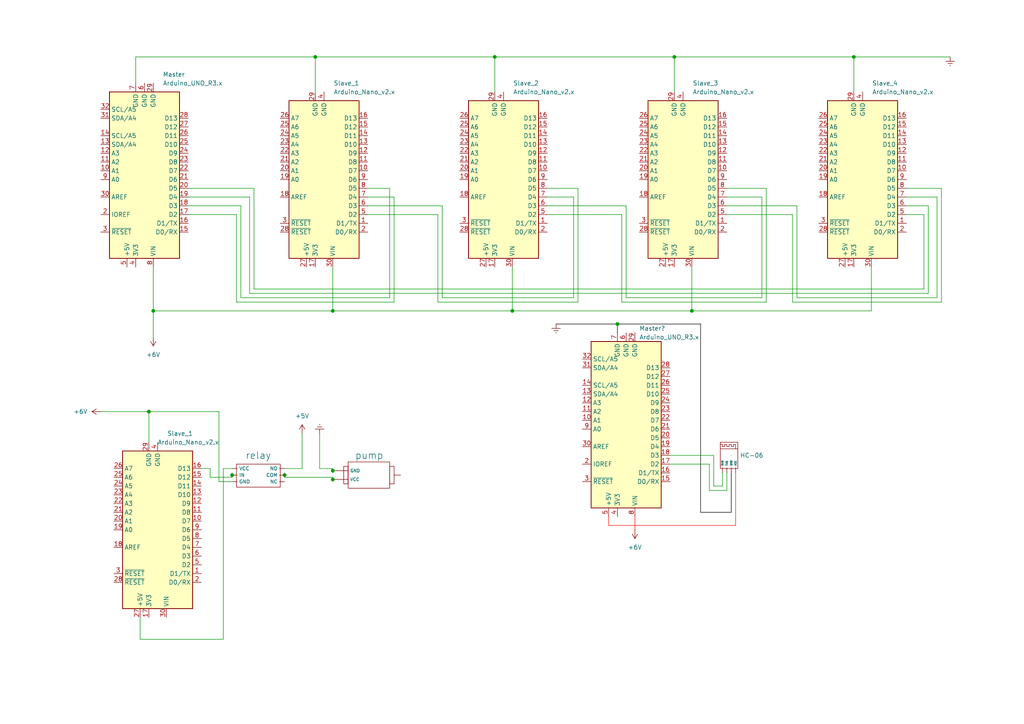
<source format=kicad_sch>
(kicad_sch (version 20211123) (generator eeschema)
  (paper "A4")
  (lib_symbols
    (symbol "MCU_Module:Arduino_Nano_v2.x"
      (property "Reference" "A" (at -10.16 23.495 0))
      (property "Value" "Arduino_Nano_v2.x" (at 5.08 -24.13 0))
      (symbol "Arduino_Nano_v2.x_0_1"
        (rectangle (start -10.16 22.86) (end 10.16 -22.86) (stroke (width 0.254)) (fill (type background)))
      )
      (symbol "Arduino_Nano_v2.x_1_1"
        (pin bidirectional line (at -12.7 12.7 0) (length 2.54) (name "D1/TX") (number "1"))
        (pin bidirectional line (at -12.7 -2.54 0) (length 2.54) (name "D7") (number "10"))
        (pin bidirectional line (at -12.7 -5.08 0) (length 2.54) (name "D8") (number "11"))
        (pin bidirectional line (at -12.7 -7.62 0) (length 2.54) (name "D9") (number "12"))
        (pin bidirectional line (at -12.7 -10.16 0) (length 2.54) (name "D10") (number "13"))
        (pin bidirectional line (at -12.7 -12.7 0) (length 2.54) (name "D11") (number "14"))
        (pin bidirectional line (at -12.7 -15.24 0) (length 2.54) (name "D12") (number "15"))
        (pin bidirectional line (at -12.7 -17.78 0) (length 2.54) (name "D13") (number "16"))
        (pin power_out line (at 2.54 25.4 270) (length 2.54) (name "3V3") (number "17"))
        (pin input line (at 12.7 5.08 180) (length 2.54) (name "AREF") (number "18"))
        (pin bidirectional line (at 12.7 0 180) (length 2.54) (name "A0") (number "19"))
        (pin bidirectional line (at -12.7 15.24 0) (length 2.54) (name "D0/RX") (number "2"))
        (pin bidirectional line (at 12.7 -2.54 180) (length 2.54) (name "A1") (number "20"))
        (pin bidirectional line (at 12.7 -5.08 180) (length 2.54) (name "A2") (number "21"))
        (pin bidirectional line (at 12.7 -7.62 180) (length 2.54) (name "A3") (number "22"))
        (pin bidirectional line (at 12.7 -10.16 180) (length 2.54) (name "A4") (number "23"))
        (pin bidirectional line (at 12.7 -12.7 180) (length 2.54) (name "A5") (number "24"))
        (pin bidirectional line (at 12.7 -15.24 180) (length 2.54) (name "A6") (number "25"))
        (pin bidirectional line (at 12.7 -17.78 180) (length 2.54) (name "A7") (number "26"))
        (pin power_out line (at 5.08 25.4 270) (length 2.54) (name "+5V") (number "27"))
        (pin input line (at 12.7 15.24 180) (length 2.54) (name "~{RESET}") (number "28"))
        (pin power_in line (at 2.54 -25.4 90) (length 2.54) (name "GND") (number "29"))
        (pin input line (at 12.7 12.7 180) (length 2.54) (name "~{RESET}") (number "3"))
        (pin power_in line (at -2.54 25.4 270) (length 2.54) (name "VIN") (number "30"))
        (pin power_in line (at 0 -25.4 90) (length 2.54) (name "GND") (number "4"))
        (pin bidirectional line (at -12.7 10.16 0) (length 2.54) (name "D2") (number "5"))
        (pin bidirectional line (at -12.7 7.62 0) (length 2.54) (name "D3") (number "6"))
        (pin bidirectional line (at -12.7 5.08 0) (length 2.54) (name "D4") (number "7"))
        (pin bidirectional line (at -12.7 2.54 0) (length 2.54) (name "D5") (number "8"))
        (pin bidirectional line (at -12.7 0 0) (length 2.54) (name "D6") (number "9"))
      )
    )
    (symbol "MCU_Module:Arduino_UNO_R3"
      (property "Reference" "A" (at -10.16 23.495 0))
      (property "Value" "Arduino_UNO_R3" (at 5.08 -26.67 0))
      (symbol "Arduino_UNO_R3_0_1"
        (rectangle (start -10.16 22.86) (end 10.16 -25.4) (stroke (width 0.254)) (fill (type background)))
      )
      (symbol "Arduino_UNO_R3_1_1"
        (pin no_connect line (at -10.16 -20.32 0) (length 2.54) hide (name "NC") (number "1"))
        (pin bidirectional line (at 12.7 -2.54 180) (length 2.54) (name "A1") (number "10"))
        (pin bidirectional line (at 12.7 -5.08 180) (length 2.54) (name "A2") (number "11"))
        (pin bidirectional line (at 12.7 -7.62 180) (length 2.54) (name "A3") (number "12"))
        (pin bidirectional line (at 12.7 -10.16 180) (length 2.54) (name "SDA/A4") (number "13"))
        (pin bidirectional line (at 12.7 -12.7 180) (length 2.54) (name "SCL/A5") (number "14"))
        (pin bidirectional line (at -12.7 15.24 0) (length 2.54) (name "D0/RX") (number "15"))
        (pin bidirectional line (at -12.7 12.7 0) (length 2.54) (name "D1/TX") (number "16"))
        (pin bidirectional line (at -12.7 10.16 0) (length 2.54) (name "D2") (number "17"))
        (pin bidirectional line (at -12.7 7.62 0) (length 2.54) (name "D3") (number "18"))
        (pin bidirectional line (at -12.7 5.08 0) (length 2.54) (name "D4") (number "19"))
        (pin output line (at 12.7 10.16 180) (length 2.54) (name "IOREF") (number "2"))
        (pin bidirectional line (at -12.7 2.54 0) (length 2.54) (name "D5") (number "20"))
        (pin bidirectional line (at -12.7 0 0) (length 2.54) (name "D6") (number "21"))
        (pin bidirectional line (at -12.7 -2.54 0) (length 2.54) (name "D7") (number "22"))
        (pin bidirectional line (at -12.7 -5.08 0) (length 2.54) (name "D8") (number "23"))
        (pin bidirectional line (at -12.7 -7.62 0) (length 2.54) (name "D9") (number "24"))
        (pin bidirectional line (at -12.7 -10.16 0) (length 2.54) (name "D10") (number "25"))
        (pin bidirectional line (at -12.7 -12.7 0) (length 2.54) (name "D11") (number "26"))
        (pin bidirectional line (at -12.7 -15.24 0) (length 2.54) (name "D12") (number "27"))
        (pin bidirectional line (at -12.7 -17.78 0) (length 2.54) (name "D13") (number "28"))
        (pin power_in line (at -2.54 -27.94 90) (length 2.54) (name "GND") (number "29"))
        (pin input line (at 12.7 15.24 180) (length 2.54) (name "~{RESET}") (number "3"))
        (pin input line (at 12.7 5.08 180) (length 2.54) (name "AREF") (number "30"))
        (pin bidirectional line (at 12.7 -17.78 180) (length 2.54) (name "SDA/A4") (number "31"))
        (pin bidirectional line (at 12.7 -20.32 180) (length 2.54) (name "SCL/A5") (number "32"))
        (pin power_out line (at 2.54 25.4 270) (length 2.54) (name "3V3") (number "4"))
        (pin power_out line (at 5.08 25.4 270) (length 2.54) (name "+5V") (number "5"))
        (pin power_in line (at 0 -27.94 90) (length 2.54) (name "GND") (number "6"))
        (pin power_in line (at 2.54 -27.94 90) (length 2.54) (name "GND") (number "7"))
        (pin power_in line (at -2.54 25.4 270) (length 2.54) (name "VIN") (number "8"))
        (pin bidirectional line (at 12.7 0 180) (length 2.54) (name "A0") (number "9"))
      )
    )
    (symbol "New_Library:HC-06"
      (property "Reference" "U" (at 0 0 0))
      (property "Value" "HC-06" (at 0 14.605 0))
      (symbol "HC-06_0_1"
        (rectangle (start -2.54 11.43) (end 2.54 3.81))
        (polyline (pts (xy 2.54 9.525) (xy -2.54 9.525)))
        (polyline (pts (xy -1.905 10.16) (xy -1.905 10.795) (xy -2.54 10.795)))
        (polyline (pts (xy -1.27 10.795) (xy -1.27 10.16) (xy -1.905 10.16)))
        (polyline (pts (xy 1.905 9.525) (xy 1.905 10.795) (xy 1.27 10.795) (xy 1.27 10.16) (xy 0.635 10.16) (xy 0.635 10.795) (xy 0 10.795) (xy 0 10.16) (xy -0.635 10.16) (xy -0.635 10.795) (xy -1.27 10.795)))
        (rectangle (start 0.635 7.62) (end 0.635 7.62))
      )
      (symbol "HC-06_1_1"
        (pin power_out line (at 0.635 2.54 90) (length 1.5) (name "GND") (number ""))
        (pin input line (at -1.905 2.54 90) (length 1.5) (name "RXD") (number ""))
        (pin output line (at -0.635 2.54 90) (length 1.5) (name "TXD") (number ""))
        (pin power_in line (at 1.905 2.54 90) (length 1.5) (name "VCC") (number ""))
      )
    )
    (symbol "New_Library:pump"
      (property "Reference" "U" (at 0 0 0))
      (property "Value" "pump" (at 0 15.24 0))
      (symbol "pump_0_1"
        (rectangle (start -9.525 6.985) (end -7.62 6.985))
        (rectangle (start -7.62 9.525) (end -6.35 4.445))
        (rectangle (start -6.35 10.795) (end 5.715 3.175))
        (rectangle (start 5.715 9.525) (end 6.985 4.445))
      )
      (symbol "pump_1_1"
        (pin power_out line (at 10.16 5.715 180) (length 4.5) (name "GND") (number ""))
        (pin power_in line (at 10.16 8.255 180) (length 4.5) (name "VCC") (number ""))
      )
    )
    (symbol "New_Library:relay"
      (property "Reference" "U" (at 0 0 0))
      (property "Value" "relay" (at 0 12.7 0))
      (symbol "relay_0_1"
        (rectangle (start -6.35 8.89) (end 6.35 2.2225))
      )
      (symbol "relay_1_0"
        (pin power_in line (at -7.62 7.62 0) (length 1.5) (name "VCC") (number ""))
      )
      (symbol "relay_1_1"
        (pin unspecified line (at 7.62 5.715 180) (length 1.5) (name "COM") (number ""))
        (pin power_out line (at -7.62 3.81 0) (length 1.5) (name "GND") (number ""))
        (pin input line (at -7.62 5.715 0) (length 1.5) (name "IN") (number ""))
        (pin unspecified line (at 7.62 3.81 180) (length 1.5) (name "NC") (number ""))
        (pin unspecified line (at 7.62 7.62 180) (length 1.5) (name "NO") (number ""))
      )
    )
    (symbol "power:+5V" (power) (pin_names (offset 0))
      (property "Value" "+5V" (at 0 3.556 0))
      (symbol "+5V_0_1"
        (polyline (pts (xy -0.762 1.27) (xy 0 2.54)))
        (polyline (pts (xy 0 0) (xy 0 2.54)))
        (polyline (pts (xy 0 2.54) (xy 0.762 1.27)))
      )
      (symbol "+5V_1_1"
        (pin power_in line (at 0 0 90) (length 0) hide (name "+5V") (number "1"))
      )
    )
    (symbol "power:+6V" (power) (pin_names (offset 0))
      (property "Value" "+6V" (at 0 3.556 0))
      (symbol "+6V_0_1"
        (polyline (pts (xy -0.762 1.27) (xy 0 2.54)))
        (polyline (pts (xy 0 0) (xy 0 2.54)))
        (polyline (pts (xy 0 2.54) (xy 0.762 1.27)))
      )
      (symbol "+6V_1_1"
        (pin power_in line (at 0 0 90) (length 0) hide (name "+6V") (number "1"))
      )
    )
    (symbol "power:Earth" (power) (pin_names (offset 0))
      (symbol "Earth_0_1"
        (polyline (pts (xy -0.635 -1.905) (xy 0.635 -1.905)))
        (polyline (pts (xy -0.127 -2.54) (xy 0.127 -2.54)))
        (polyline (pts (xy 0 -1.27) (xy 0 0)))
        (polyline (pts (xy 1.27 -1.27) (xy -1.27 -1.27)))
      )
      (symbol "Earth_1_1"
        (pin power_in line (at 0 0 270) (length 0) hide (name "Earth") (number "1"))
      )
    )
  )
  (junction (at 43.18 119.38))
  (junction (at 247.65 16.51))
  (junction (at 143.51 16.51))
  (junction (at 96.52 136.525))
  (junction (at 200.66 90.17))
  (junction (at 96.52 90.17))
  (junction (at 179.07 93.98))
  (junction (at 82.55 137.795))
  (junction (at 148.59 90.17))
  (junction (at 195.58 16.51))
  (junction (at 44.45 90.17))
  (junction (at 96.52 139.065))
  (junction (at 91.44 16.51))
  (junction (at 67.31 137.795))
  (wire (pts (xy 64.77 185.42) (xy 64.77 135.89)))
  (wire (pts (xy 181.61 59.69) (xy 181.61 86.36)))
  (wire (pts (xy 54.61 59.69) (xy 69.85 59.69)))
  (wire (pts (xy 207.01 140.97) (xy 209.55 140.97)))
  (wire (pts (xy 262.89 62.23) (xy 267.97 62.23)))
  (wire (pts (xy 231.14 59.69) (xy 231.14 86.36)))
  (wire (pts (xy 267.97 83.82) (xy 73.66 83.82)))
  (wire (pts (xy 158.75 59.69) (xy 181.61 59.69)))
  (wire (pts (xy 54.61 62.23) (xy 68.58 62.23)))
  (wire (pts (xy 166.37 57.15) (xy 166.37 86.36)))
  (wire (pts (xy 209.55 140.97) (xy 209.55 137.16)))
  (wire (pts (xy 194.31 134.62) (xy 205.74 134.62)))
  (wire (pts (xy 60.96 135.89) (xy 60.96 138.43)))
  (wire (pts (xy 207.01 132.08) (xy 207.01 140.97)))
  (wire (pts (xy 68.58 87.63) (xy 114.3 87.63)))
  (wire (pts (xy 205.74 142.24) (xy 210.82 142.24)))
  (wire (pts (xy 220.98 57.15) (xy 210.82 57.15)))
  (wire (pts (xy 195.58 16.51) (xy 247.65 16.51)))
  (wire (pts (xy 203.2 148.59) (xy 203.2 93.98)) (stroke (width 0) (color 0 0 0 1)))
  (wire (pts (xy 113.03 86.36) (xy 113.03 54.61)))
  (wire (pts (xy 158.75 57.15) (xy 166.37 57.15)))
  (wire (pts (xy 44.45 90.17) (xy 44.45 97.79)))
  (wire (pts (xy 273.05 54.61) (xy 262.89 54.61)))
  (wire (pts (xy 96.52 77.47) (xy 96.52 90.17)))
  (wire (pts (xy 269.24 59.69) (xy 269.24 85.09)))
  (wire (pts (xy 64.77 135.89) (xy 67.31 135.89)))
  (wire (pts (xy 92.71 125.73) (xy 92.71 135.89)))
  (wire (pts (xy 205.74 134.62) (xy 205.74 142.24)))
  (wire (pts (xy 148.59 90.17) (xy 96.52 90.17)))
  (wire (pts (xy 200.66 90.17) (xy 200.66 77.47)))
  (wire (pts (xy 58.42 135.89) (xy 60.96 135.89)))
  (wire (pts (xy 72.39 57.15) (xy 54.61 57.15)))
  (wire (pts (xy 222.25 87.63) (xy 222.25 54.61)))
  (wire (pts (xy 273.05 87.63) (xy 273.05 54.61)))
  (wire (pts (xy 96.52 136.525) (xy 96.52 137.16)))
  (wire (pts (xy 68.58 62.23) (xy 68.58 87.63)))
  (wire (pts (xy 39.37 16.51) (xy 91.44 16.51)))
  (wire (pts (xy 212.09 137.16) (xy 212.09 148.59)) (stroke (width 0) (color 0 0 0 1)))
  (wire (pts (xy 106.68 57.15) (xy 114.3 57.15)))
  (wire (pts (xy 82.55 135.89) (xy 87.63 135.89)))
  (wire (pts (xy 148.59 77.47) (xy 148.59 90.17)))
  (wire (pts (xy 148.59 90.17) (xy 200.66 90.17)))
  (wire (pts (xy 210.82 62.23) (xy 229.87 62.23)))
  (wire (pts (xy 67.31 137.16) (xy 67.31 137.795)))
  (wire (pts (xy 247.65 16.51) (xy 247.65 26.67)))
  (wire (pts (xy 195.58 16.51) (xy 195.58 26.67)))
  (wire (pts (xy 73.66 83.82) (xy 73.66 54.61)))
  (wire (pts (xy 127 87.63) (xy 167.64 87.63)))
  (wire (pts (xy 82.55 138.43) (xy 96.52 138.43)))
  (wire (pts (xy 96.52 135.89) (xy 96.52 136.525)))
  (wire (pts (xy 184.15 149.86) (xy 184.15 153.67)) (stroke (width 0) (color 255 0 2 1)))
  (wire (pts (xy 128.27 59.69) (xy 106.68 59.69)))
  (wire (pts (xy 127 62.23) (xy 127 87.63)))
  (wire (pts (xy 63.5 139.7) (xy 67.31 139.7)))
  (wire (pts (xy 229.87 62.23) (xy 229.87 87.63)))
  (wire (pts (xy 180.34 87.63) (xy 222.25 87.63)))
  (wire (pts (xy 114.3 57.15) (xy 114.3 87.63)))
  (wire (pts (xy 229.87 87.63) (xy 273.05 87.63)))
  (wire (pts (xy 166.37 86.36) (xy 128.27 86.36)))
  (wire (pts (xy 63.5 119.38) (xy 63.5 139.7)))
  (wire (pts (xy 96.52 135.89) (xy 92.71 135.89)))
  (wire (pts (xy 231.14 86.36) (xy 271.78 86.36)))
  (wire (pts (xy 167.64 87.63) (xy 167.64 54.61)))
  (wire (pts (xy 91.44 16.51) (xy 143.51 16.51)))
  (wire (pts (xy 267.97 62.23) (xy 267.97 83.82)))
  (wire (pts (xy 96.52 139.065) (xy 96.52 139.7)))
  (wire (pts (xy 39.37 24.13) (xy 39.37 16.51)))
  (wire (pts (xy 69.85 86.36) (xy 113.03 86.36)))
  (wire (pts (xy 113.03 54.61) (xy 106.68 54.61)))
  (wire (pts (xy 181.61 86.36) (xy 220.98 86.36)))
  (wire (pts (xy 73.66 54.61) (xy 54.61 54.61)))
  (wire (pts (xy 29.21 119.38) (xy 43.18 119.38)))
  (wire (pts (xy 87.63 125.73) (xy 87.63 135.89)))
  (wire (pts (xy 72.39 85.09) (xy 72.39 57.15)))
  (wire (pts (xy 96.52 90.17) (xy 44.45 90.17)))
  (wire (pts (xy 96.52 138.43) (xy 96.52 139.065)))
  (wire (pts (xy 194.31 132.08) (xy 207.01 132.08)))
  (wire (pts (xy 203.2 93.98) (xy 179.07 93.98)) (stroke (width 0) (color 0 0 0 1)))
  (wire (pts (xy 247.65 16.51) (xy 275.59 16.51)))
  (wire (pts (xy 67.31 137.795) (xy 67.31 138.43)))
  (wire (pts (xy 60.96 138.43) (xy 67.31 138.43)))
  (wire (pts (xy 271.78 86.36) (xy 271.78 57.15)))
  (wire (pts (xy 43.18 128.27) (xy 43.18 119.38)))
  (wire (pts (xy 210.82 142.24) (xy 210.82 137.16)))
  (wire (pts (xy 210.82 59.69) (xy 231.14 59.69)))
  (wire (pts (xy 180.34 62.23) (xy 180.34 87.63)))
  (wire (pts (xy 143.51 16.51) (xy 143.51 26.67)))
  (wire (pts (xy 213.36 152.4) (xy 213.36 137.16)) (stroke (width 0) (color 255 17 4 1)))
  (wire (pts (xy 82.55 137.795) (xy 82.55 138.43)))
  (wire (pts (xy 179.07 93.98) (xy 179.07 96.52)) (stroke (width 0) (color 0 0 0 1)))
  (wire (pts (xy 262.89 59.69) (xy 269.24 59.69)))
  (wire (pts (xy 143.51 16.51) (xy 195.58 16.51)))
  (wire (pts (xy 167.64 54.61) (xy 158.75 54.61)))
  (wire (pts (xy 128.27 86.36) (xy 128.27 59.69)))
  (wire (pts (xy 158.75 62.23) (xy 180.34 62.23)))
  (wire (pts (xy 176.53 149.86) (xy 176.53 152.4)) (stroke (width 0) (color 255 17 4 1)))
  (wire (pts (xy 69.85 59.69) (xy 69.85 86.36)))
  (wire (pts (xy 222.25 54.61) (xy 210.82 54.61)))
  (wire (pts (xy 212.09 148.59) (xy 203.2 148.59)) (stroke (width 0) (color 0 0 0 1)))
  (wire (pts (xy 269.24 85.09) (xy 72.39 85.09)))
  (wire (pts (xy 176.53 152.4) (xy 213.36 152.4)) (stroke (width 0) (color 255 17 4 1)))
  (wire (pts (xy 91.44 16.51) (xy 91.44 26.67)))
  (wire (pts (xy 106.68 62.23) (xy 127 62.23)))
  (wire (pts (xy 161.29 93.98) (xy 179.07 93.98)) (stroke (width 0) (color 0 0 0 1)))
  (wire (pts (xy 82.55 137.16) (xy 82.55 137.795)))
  (wire (pts (xy 220.98 86.36) (xy 220.98 57.15)))
  (wire (pts (xy 40.64 179.07) (xy 40.64 185.42)))
  (wire (pts (xy 252.73 90.17) (xy 252.73 77.47)))
  (wire (pts (xy 200.66 90.17) (xy 252.73 90.17)))
  (wire (pts (xy 271.78 57.15) (xy 262.89 57.15)))
  (wire (pts (xy 40.64 185.42) (xy 64.77 185.42)))
  (wire (pts (xy 44.45 77.47) (xy 44.45 90.17)))
  (wire (pts (xy 43.18 119.38) (xy 63.5 119.38)))
  (symbol (lib_id "New_Library:pump") (at 106.68 130.81 180) (unit 1)
    (property "Reference" "U?" (effects hide))
    (property "Value" "pump" (at 102.87 132.08 0) (effects (font (size 2 2)) (justify right)))
  )
  (symbol (lib_id "power:Earth") (at 92.71 125.73 180) (unit 1)
    (property "Reference" "#PWR?" (effects hide))
    (property "Value" "Earth" (effects hide))
  )
  (symbol (lib_id "New_Library:HC-06") (at 211.455 139.7 0) (unit 1)
    (property "Reference" "U?" (effects hide))
    (property "Value" "HC-06" (at 214.63 132.0799 0) (effects (justify left)))
  )
  (symbol (lib_id "MCU_Module:Arduino_UNO_R3") (at 181.61 124.46 180) (unit 1)
    (property "Reference" "Master?" (at 185.42 95.25 0) (effects (justify right)))
    (property "Value" "Arduino_UNO_R3.x" (at 185.42 97.79 0) (effects (justify right)))
    (property "Footprint" "Module:Arduino_UNO_R3" (effects hide))
    (property "Datasheet" "https://www.arduino.cc/en/Main/arduinoBoardUno" (effects hide))
  )
  (symbol (lib_id "power:+6V") (at 44.45 97.79 180) (unit 1)
    (property "Reference" "#PWR?" (effects hide))
    (property "Value" "+6V" (at 44.45 102.87 0))
  )
  (symbol (lib_id "power:+5V") (at 87.63 125.73 0) (unit 1)
    (property "Reference" "#PWR?" (effects hide))
    (property "Value" "+5V" (at 87.63 120.65 0))
  )
  (symbol (lib_id "power:Earth") (at 275.59 16.51 0) (unit 1)
    (property "Reference" "#PWR?" (effects hide))
    (property "Value" "Earth" (effects hide))
  )
  (symbol (lib_id "MCU_Module:Arduino_Nano_v2.x") (at 146.05 52.07 180) (unit 1)
    (property "Reference" "Slave_2" (at 148.8187 24.13 0) (effects (justify right)))
    (property "Value" "Arduino_Nano_v2.x" (at 148.8187 26.67 0) (effects (justify right)))
    (property "Footprint" "Module:Arduino_Nano" (effects hide))
    (property "Datasheet" "https://www.arduino.cc/en/uploads/Main/ArduinoNanoManual23.pdf" (effects hide))
  )
  (symbol (lib_id "power:+6V") (at 29.21 119.38 90) (unit 1)
    (property "Reference" "#PWR?" (effects hide))
    (property "Value" "+6V" (at 25.4 119.3799 90) (effects (justify left)))
  )
  (symbol (lib_id "MCU_Module:Arduino_Nano_v2.x") (at 45.72 153.67 180) (unit 1)
    (property "Reference" "Slave_1" (at 48.4887 125.73 0) (effects (justify right)))
    (property "Value" "Arduino_Nano_v2.x" (at 45.72 128.27 0) (effects (justify right)))
    (property "Footprint" "Module:Arduino_Nano" (effects hide))
    (property "Datasheet" "https://www.arduino.cc/en/uploads/Main/ArduinoNanoManual23.pdf" (effects hide))
  )
  (symbol (lib_id "MCU_Module:Arduino_Nano_v2.x") (at 198.12 52.07 180) (unit 1)
    (property "Reference" "Slave_3" (at 200.8887 24.13 0) (effects (justify right)))
    (property "Value" "Arduino_Nano_v2.x" (at 200.8887 26.67 0) (effects (justify right)))
    (property "Footprint" "Module:Arduino_Nano" (effects hide))
    (property "Datasheet" "https://www.arduino.cc/en/uploads/Main/ArduinoNanoManual23.pdf" (effects hide))
  )
  (symbol (lib_id "power:+6V") (at 184.15 153.67 180) (unit 1)
    (property "Reference" "#PWR?" (effects hide))
    (property "Value" "+6V" (at 184.15 158.75 0))
  )
  (symbol (lib_id "MCU_Module:Arduino_Nano_v2.x") (at 250.19 52.07 180) (unit 1)
    (property "Reference" "Slave_4" (at 252.9587 24.13 0) (effects (justify right)))
    (property "Value" "Arduino_Nano_v2.x" (at 252.9587 26.67 0) (effects (justify right)))
    (property "Footprint" "Module:Arduino_Nano" (effects hide))
    (property "Datasheet" "https://www.arduino.cc/en/uploads/Main/ArduinoNanoManual23.pdf" (effects hide))
  )
  (symbol (lib_id "MCU_Module:Arduino_Nano_v2.x") (at 93.98 52.07 180) (unit 1)
    (property "Reference" "Slave_1" (at 96.7487 24.13 0) (effects (justify right)))
    (property "Value" "Arduino_Nano_v2.x" (at 96.7487 26.67 0) (effects (justify right)))
    (property "Footprint" "Module:Arduino_Nano" (effects hide))
    (property "Datasheet" "https://www.arduino.cc/en/uploads/Main/ArduinoNanoManual23.pdf" (effects hide))
  )
  (symbol (lib_id "MCU_Module:Arduino_UNO_R3") (at 41.91 52.07 180) (unit 1)
    (property "Reference" "Master" (at 47.2187 21.59 0) (effects (justify right)))
    (property "Value" "Arduino_UNO_R3.x" (at 47.2187 24.13 0) (effects (justify right)))
    (property "Footprint" "Module:Arduino_UNO_R3" (effects hide))
    (property "Datasheet" "https://www.arduino.cc/en/Main/arduinoBoardUno" (effects hide))
  )
  (symbol (lib_id "power:Earth") (at 161.29 93.98 0) (unit 1)
    (property "Reference" "#PWR?" (effects hide))
    (property "Value" "Earth" (effects hide))
  )
  (symbol (lib_id "New_Library:relay") (at 74.93 143.51 0) (unit 1)
    (property "Reference" "u" (effects hide))
    (property "Value" "relay" (at 74.93 132.08 0) (effects (font (size 2 2))))
  )
)
</source>
